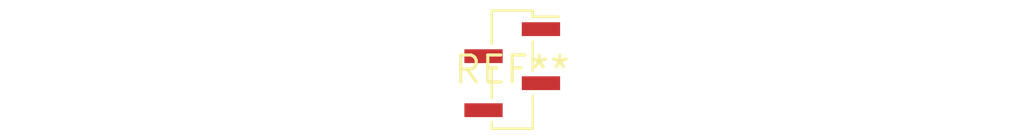
<source format=kicad_pcb>
(kicad_pcb (version 20240108) (generator pcbnew)
  (layers (0 "F.Cu" signal) (31 "B.Cu" signal) (34 "B.Paste" user) (35 "F.Paste" user) (36 "B.SilkS" user "B.Silkscreen") (37 "F.SilkS" user "F.Silkscreen") (38 "B.Mask" user) (39 "F.Mask" user) (44 "Edge.Cuts" user))
  (net 0 "")
  (footprint "PinSocket_1x04_P1.27mm_Vertical_SMD_Pin1Right" (layer "F.Cu") (at 0 0)
    (property "Reference" "REF**")
    (property "Value" "PinSocket_1x04_P1.27mm_Vertical_SMD_Pin1Right")
    (fp_line (start -0.96 -2.775) (end -0.96 -1.22) (layer "F.SilkS") (stroke (width 0.12)))
    (fp_line (start -0.96 -2.775) (end 0.96 -2.775) (layer "F.SilkS") (stroke (width 0.12)))
    (fp_line (start -0.96 -0.05) (end -0.96 1.32) (layer "F.SilkS") (stroke (width 0.12)))
    (fp_line (start -0.96 2.49) (end -0.96 2.775) (layer "F.SilkS") (stroke (width 0.12)))
    (fp_line (start -0.96 2.775) (end 0.96 2.775) (layer "F.SilkS") (stroke (width 0.12)))
    (fp_line (start 0.96 -2.775) (end 0.96 -2.49) (layer "F.SilkS") (stroke (width 0.12)))
    (fp_line (start 0.96 -2.49) (end 2.19 -2.49) (layer "F.SilkS") (stroke (width 0.12)))
    (fp_line (start 0.96 -1.32) (end 0.96 0.05) (layer "F.SilkS") (stroke (width 0.12)))
    (fp_line (start 0.96 1.22) (end 0.96 2.775) (layer "F.SilkS") (stroke (width 0.12)))
    (pad "1" smd rect (at 1.35 -1.905) (size 1.8 0.65) (layers "F.Cu" "F.Paste" "F.Mask"))
    (pad "2" smd rect (at -1.35 -0.635) (size 1.8 0.65) (layers "F.Cu" "F.Paste" "F.Mask"))
    (pad "3" smd rect (at 1.35 0.635) (size 1.8 0.65) (layers "F.Cu" "F.Paste" "F.Mask"))
    (pad "4" smd rect (at -1.35 1.905) (size 1.8 0.65) (layers "F.Cu" "F.Paste" "F.Mask"))
  )
)
</source>
